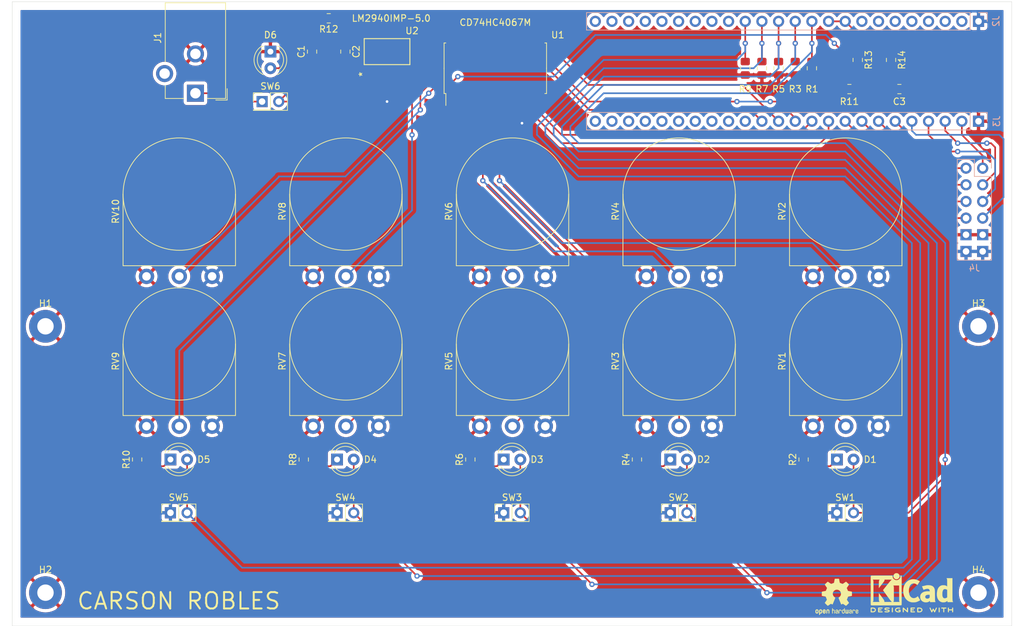
<source format=kicad_pcb>
(kicad_pcb (version 20171130) (host pcbnew "(5.1.2-1)-1")
  (layers (0 F.Cu signal) (31 B.Cu signal) (34 B.Paste user) (35 F.Paste user) (36 B.SilkS user) (37 F.SilkS user) (38 B.Mask user) (39 F.Mask user) (44 Edge.Cuts user))
  (net 0 "")
  (net 1 VCC)
  (net 2 GND)
  (net 3 5V)
  (net 4 AN_FILT)
  (net 5 distortion_en)
  (net 6 "Net-(D1-Pad1)")
  (net 7 "Net-(D2-Pad1)")
  (net 8 delay_en)
  (net 9 flanger_en)
  (net 10 "Net-(D3-Pad1)")
  (net 11 "Net-(D4-Pad1)")
  (net 12 chorus_en)
  (net 13 "Net-(D5-Pad1)")
  (net 14 tremolo_en)
  (net 15 "Net-(J2-Pad23)")
  (net 16 "Net-(J2-Pad22)")
  (net 17 "Net-(J2-Pad21)")
  (net 18 "Net-(J2-Pad20)")
  (net 19 "Net-(J2-Pad19)")
  (net 20 "Net-(J2-Pad18)")
  (net 21 "Net-(J2-Pad17)")
  (net 22 "Net-(J2-Pad9)")
  (net 23 "Net-(J2-Pad8)")
  (net 24 "Net-(J2-Pad7)")
  (net 25 "Net-(J2-Pad6)")
  (net 26 "Net-(J2-Pad5)")
  (net 27 "Net-(J2-Pad4)")
  (net 28 "Net-(J2-Pad3)")
  (net 29 "Net-(J2-Pad2)")
  (net 30 "Net-(J2-Pad1)")
  (net 31 "Net-(J3-Pad16)")
  (net 32 "Net-(J3-Pad17)")
  (net 33 "Net-(J3-Pad18)")
  (net 34 "Net-(J3-Pad19)")
  (net 35 "Net-(J3-Pad20)")
  (net 36 "Net-(J3-Pad21)")
  (net 37 "Net-(J3-Pad22)")
  (net 38 "Net-(J3-Pad23)")
  (net 39 AN_RAW)
  (net 40 distortion_gain)
  (net 41 distortion_clipping)
  (net 42 delay_duration)
  (net 43 delay_decay)
  (net 44 flanger_depth)
  (net 45 flanger_speed)
  (net 46 chorus_depth)
  (net 47 chorus_speed)
  (net 48 tremolo_intensity)
  (net 49 tremolo_speed)
  (net 50 "Net-(J3-Pad15)")
  (net 51 "Net-(J3-Pad24)")
  (net 52 "Net-(J3-Pad10)")
  (net 53 "Net-(J3-Pad11)")
  (net 54 "Net-(J3-Pad12)")
  (net 55 "Net-(J3-Pad13)")
  (net 56 "Net-(J3-Pad14)")
  (net 57 "Net-(C1-Pad1)")
  (net 58 "Net-(D6-Pad2)")
  (net 59 ADIN_MCLK)
  (net 60 ADIN_LRCK)
  (net 61 ADIN_SCLK)
  (net 62 ADIN_SDOUT)
  (net 63 ADOUT_MCLK)
  (net 64 ADOUT_LRCK)
  (net 65 ADOUT_SCLK)
  (net 66 ADOUT_SDIN)
  (net 67 "Net-(C3-Pad1)")
  (module Connector_PinHeader_2.54mm:PinHeader_2x01_P2.54mm_Vertical (layer F.Cu) (at 111.76 57.15)
    (fp_text reference SW6 (at 1.27 -2.33) (layer F.SilkS))
    (fp_text value SW_Push)
    (pad 2 thru_hole oval (at 2.54 0) (size 1.7 1.7) (drill 1) (layers *.Cu *.Mask) (net 57 "Net-(C1-Pad1)"))
    (pad 1 thru_hole rect (at 0 0) (size 1.7 1.7) (drill 1) (layers *.Cu *.Mask) (net 1 VCC))
  )
  (module Connector_PinHeader_2.54mm:PinHeader_2x01_P2.54mm_Vertical (layer F.Cu) (at 97.79 119.888)
    (fp_text reference SW5 (at 1.27 -2.33) (layer F.SilkS))
    (fp_text value SW_Push)
    (pad 2 thru_hole oval (at 2.54 0) (size 1.7 1.7) (drill 1) (layers *.Cu *.Mask) (net 14 tremolo_en))
    (pad 1 thru_hole rect (at 0 0) (size 1.7 1.7) (drill 1) (layers *.Cu *.Mask) (net 3 5V))
  )
  (module Connector_PinHeader_2.54mm:PinHeader_2x01_P2.54mm_Vertical (layer F.Cu) (at 123.19 119.888)
    (fp_text reference SW4 (at 1.27 -2.33) (layer F.SilkS))
    (fp_text value SW_Push)
    (pad 2 thru_hole oval (at 2.54 0) (size 1.7 1.7) (drill 1) (layers *.Cu *.Mask) (net 12 chorus_en))
    (pad 1 thru_hole rect (at 0 0) (size 1.7 1.7) (drill 1) (layers *.Cu *.Mask) (net 3 5V))
  )
  (module Connector_PinHeader_2.54mm:PinHeader_2x01_P2.54mm_Vertical (layer F.Cu) (at 148.59 119.888)
    (fp_text reference SW3 (at 1.27 -2.33) (layer F.SilkS))
    (fp_text value SW_Push)
    (pad 2 thru_hole oval (at 2.54 0) (size 1.7 1.7) (drill 1) (layers *.Cu *.Mask) (net 9 flanger_en))
    (pad 1 thru_hole rect (at 0 0) (size 1.7 1.7) (drill 1) (layers *.Cu *.Mask) (net 3 5V))
  )
  (module Connector_PinHeader_2.54mm:PinHeader_2x01_P2.54mm_Vertical (layer F.Cu) (at 173.99 119.888)
    (fp_text reference SW2 (at 1.27 -2.33) (layer F.SilkS))
    (fp_text value SW_Push)
    (pad 2 thru_hole oval (at 2.54 0) (size 1.7 1.7) (drill 1) (layers *.Cu *.Mask) (net 8 delay_en))
    (pad 1 thru_hole rect (at 0 0) (size 1.7 1.7) (drill 1) (layers *.Cu *.Mask) (net 3 5V))
  )
  (module Connector_PinHeader_2.54mm:PinHeader_2x01_P2.54mm_Vertical (layer F.Cu) (at 199.39 119.888)
    (fp_text reference SW1 (at 1.27 -2.33) (layer F.SilkS))
    (fp_text value SW_Push)
    (pad 2 thru_hole oval (at 2.54 0) (size 1.7 1.7) (drill 1) (layers *.Cu *.Mask) (net 5 distortion_en))
    (pad 1 thru_hole rect (at 0 0) (size 1.7 1.7) (drill 1) (layers *.Cu *.Mask) (net 3 5V))
  )
  (module Connector_PinSocket_2.54mm:PinSocket_1x24_P2.54mm_Vertical (layer B.Cu) (at 220.98 60.152 90)
    (fp_text reference J3 (at 0 2.77 90) (layer B.SilkS) (effects (justify mirror)))
    (fp_text value Conn_01x24_Female)
    (pad 1 thru_hole rect (at 0 0 90) (size 1.7 1.7) (drill 1) (layers *.Cu *.Mask) (net 2 GND))
    (pad 2 thru_hole oval (at 0 -2.54 90) (size 1.7 1.7) (drill 1) (layers *.Cu *.Mask) (net 59 ADIN_MCLK))
    (pad 3 thru_hole oval (at 0 -5.08 90) (size 1.7 1.7) (drill 1) (layers *.Cu *.Mask) (net 60 ADIN_LRCK))
    (pad 4 thru_hole oval (at 0 -7.62 90) (size 1.7 1.7) (drill 1) (layers *.Cu *.Mask) (net 61 ADIN_SCLK))
    (pad 5 thru_hole oval (at 0 -10.16 90) (size 1.7 1.7) (drill 1) (layers *.Cu *.Mask) (net 62 ADIN_SDOUT))
    (pad 6 thru_hole oval (at 0 -12.7 90) (size 1.7 1.7) (drill 1) (layers *.Cu *.Mask) (net 63 ADOUT_MCLK))
    (pad 7 thru_hole oval (at 0 -15.24 90) (size 1.7 1.7) (drill 1) (layers *.Cu *.Mask) (net 64 ADOUT_LRCK))
    (pad 8 thru_hole oval (at 0 -17.78 90) (size 1.7 1.7) (drill 1) (layers *.Cu *.Mask) (net 65 ADOUT_SCLK))
    (pad 9 thru_hole oval (at 0 -20.32 90) (size 1.7 1.7) (drill 1) (layers *.Cu *.Mask) (net 66 ADOUT_SDIN))
    (pad 10 thru_hole oval (at 0 -22.86 90) (size 1.7 1.7) (drill 1) (layers *.Cu *.Mask) (net 52 "Net-(J3-Pad10)"))
    (pad 11 thru_hole oval (at 0 -25.4 90) (size 1.7 1.7) (drill 1) (layers *.Cu *.Mask) (net 53 "Net-(J3-Pad11)"))
    (pad 12 thru_hole oval (at 0 -27.94 90) (size 1.7 1.7) (drill 1) (layers *.Cu *.Mask) (net 54 "Net-(J3-Pad12)"))
    (pad 13 thru_hole oval (at 0 -30.48 90) (size 1.7 1.7) (drill 1) (layers *.Cu *.Mask) (net 55 "Net-(J3-Pad13)"))
    (pad 14 thru_hole oval (at 0 -33.02 90) (size 1.7 1.7) (drill 1) (layers *.Cu *.Mask) (net 56 "Net-(J3-Pad14)"))
    (pad 15 thru_hole oval (at 0 -35.56 90) (size 1.7 1.7) (drill 1) (layers *.Cu *.Mask) (net 50 "Net-(J3-Pad15)"))
    (pad 16 thru_hole oval (at 0 -38.1 90) (size 1.7 1.7) (drill 1) (layers *.Cu *.Mask) (net 31 "Net-(J3-Pad16)"))
    (pad 17 thru_hole oval (at 0 -40.64 90) (size 1.7 1.7) (drill 1) (layers *.Cu *.Mask) (net 32 "Net-(J3-Pad17)"))
    (pad 18 thru_hole oval (at 0 -43.18 90) (size 1.7 1.7) (drill 1) (layers *.Cu *.Mask) (net 33 "Net-(J3-Pad18)"))
    (pad 19 thru_hole oval (at 0 -45.72 90) (size 1.7 1.7) (drill 1) (layers *.Cu *.Mask) (net 34 "Net-(J3-Pad19)"))
    (pad 20 thru_hole oval (at 0 -48.26 90) (size 1.7 1.7) (drill 1) (layers *.Cu *.Mask) (net 35 "Net-(J3-Pad20)"))
    (pad 21 thru_hole oval (at 0 -50.8 90) (size 1.7 1.7) (drill 1) (layers *.Cu *.Mask) (net 36 "Net-(J3-Pad21)"))
    (pad 22 thru_hole oval (at 0 -53.34 90) (size 1.7 1.7) (drill 1) (layers *.Cu *.Mask) (net 37 "Net-(J3-Pad22)"))
    (pad 23 thru_hole oval (at 0 -55.88 90) (size 1.7 1.7) (drill 1) (layers *.Cu *.Mask) (net 38 "Net-(J3-Pad23)"))
    (pad 24 thru_hole oval (at 0 -58.42 90) (size 1.7 1.7) (drill 1) (layers *.Cu *.Mask) (net 51 "Net-(J3-Pad24)"))
  )
  (module Connector_PinSocket_2.54mm:PinSocket_1x24_P2.54mm_Vertical (layer B.Cu) (at 220.98 44.912 90)
    (fp_text reference J2 (at 0.0302 2.667 270) (layer B.SilkS) (effects (justify mirror)))
    (fp_text value Conn_01x24_Female)
    (pad 1 thru_hole oval (at 0 -58.42 90) (size 1.7 1.7) (drill 1) (layers *.Cu *.Mask) (net 30 "Net-(J2-Pad1)"))
    (pad 2 thru_hole oval (at 0 -55.88 90) (size 1.7 1.7) (drill 1) (layers *.Cu *.Mask) (net 29 "Net-(J2-Pad2)"))
    (pad 3 thru_hole oval (at 0 -53.34 90) (size 1.7 1.7) (drill 1) (layers *.Cu *.Mask) (net 28 "Net-(J2-Pad3)"))
    (pad 4 thru_hole oval (at 0 -50.8 90) (size 1.7 1.7) (drill 1) (layers *.Cu *.Mask) (net 27 "Net-(J2-Pad4)"))
    (pad 5 thru_hole oval (at 0 -48.26 90) (size 1.7 1.7) (drill 1) (layers *.Cu *.Mask) (net 26 "Net-(J2-Pad5)"))
    (pad 6 thru_hole oval (at 0 -45.72 90) (size 1.7 1.7) (drill 1) (layers *.Cu *.Mask) (net 25 "Net-(J2-Pad6)"))
    (pad 7 thru_hole oval (at 0 -43.18 90) (size 1.7 1.7) (drill 1) (layers *.Cu *.Mask) (net 24 "Net-(J2-Pad7)"))
    (pad 8 thru_hole oval (at 0 -40.64 90) (size 1.7 1.7) (drill 1) (layers *.Cu *.Mask) (net 23 "Net-(J2-Pad8)"))
    (pad 9 thru_hole oval (at 0 -38.1 90) (size 1.7 1.7) (drill 1) (layers *.Cu *.Mask) (net 22 "Net-(J2-Pad9)"))
    (pad 10 thru_hole oval (at 0 -35.56 90) (size 1.7 1.7) (drill 1) (layers *.Cu *.Mask) (net 14 tremolo_en))
    (pad 11 thru_hole oval (at 0 -33.02 90) (size 1.7 1.7) (drill 1) (layers *.Cu *.Mask) (net 12 chorus_en))
    (pad 12 thru_hole oval (at 0 -30.48 90) (size 1.7 1.7) (drill 1) (layers *.Cu *.Mask) (net 9 flanger_en))
    (pad 13 thru_hole oval (at 0 -27.94 90) (size 1.7 1.7) (drill 1) (layers *.Cu *.Mask) (net 8 delay_en))
    (pad 14 thru_hole oval (at 0 -25.4 90) (size 1.7 1.7) (drill 1) (layers *.Cu *.Mask) (net 5 distortion_en))
    (pad 15 thru_hole oval (at 0 -22.86 90) (size 1.7 1.7) (drill 1) (layers *.Cu *.Mask) (net 4 AN_FILT))
    (pad 16 thru_hole oval (at 0 -20.32 90) (size 1.7 1.7) (drill 1) (layers *.Cu *.Mask) (net 4 AN_FILT))
    (pad 17 thru_hole oval (at 0 -17.78 90) (size 1.7 1.7) (drill 1) (layers *.Cu *.Mask) (net 21 "Net-(J2-Pad17)"))
    (pad 18 thru_hole oval (at 0 -15.24 90) (size 1.7 1.7) (drill 1) (layers *.Cu *.Mask) (net 20 "Net-(J2-Pad18)"))
    (pad 19 thru_hole oval (at 0 -12.7 90) (size 1.7 1.7) (drill 1) (layers *.Cu *.Mask) (net 19 "Net-(J2-Pad19)"))
    (pad 20 thru_hole oval (at 0 -10.16 90) (size 1.7 1.7) (drill 1) (layers *.Cu *.Mask) (net 18 "Net-(J2-Pad20)"))
    (pad 21 thru_hole oval (at 0 -7.62 90) (size 1.7 1.7) (drill 1) (layers *.Cu *.Mask) (net 17 "Net-(J2-Pad21)"))
    (pad 22 thru_hole oval (at 0 -5.08 90) (size 1.7 1.7) (drill 1) (layers *.Cu *.Mask) (net 16 "Net-(J2-Pad22)"))
    (pad 23 thru_hole oval (at 0 -2.54 90) (size 1.7 1.7) (drill 1) (layers *.Cu *.Mask) (net 15 "Net-(J2-Pad23)"))
    (pad 24 thru_hole rect (at 0 0 90) (size 1.7 1.7) (drill 1) (layers *.Cu *.Mask) (net 3 5V))
  )
  (module Resistor_SMD:R_0805_2012Metric_Pad1.15x1.40mm_HandSolder (layer F.Cu) (at 207.645 50.8 270)
    (fp_text reference R14 (at 0 -1.65 90) (layer F.SilkS))
    (fp_text value 38k)
    (pad 2 smd roundrect (at 1.025 0 270) (size 1.15 1.4) (layers F.Cu F.Paste F.Mask) (roundrect_rratio 0.217391) (net 2 GND))
    (pad 1 smd roundrect (at -1.025 0 270) (size 1.15 1.4) (layers F.Cu F.Paste F.Mask) (roundrect_rratio 0.217391) (net 4 AN_FILT))
  )
  (module Resistor_SMD:R_0805_2012Metric_Pad1.15x1.40mm_HandSolder (layer F.Cu) (at 202.565 50.8 270)
    (fp_text reference R13 (at 0 -1.65 90) (layer F.SilkS))
    (fp_text value 10k)
    (pad 2 smd roundrect (at 1.025 0 270) (size 1.15 1.4) (layers F.Cu F.Paste F.Mask) (roundrect_rratio 0.217391) (net 67 "Net-(C3-Pad1)"))
    (pad 1 smd roundrect (at -1.025 0 270) (size 1.15 1.4) (layers F.Cu F.Paste F.Mask) (roundrect_rratio 0.217391) (net 4 AN_FILT))
  )
  (module MountingHole:MountingHole_2.5mm_Pad (layer F.Cu) (at 220.98 132.08)
    (fp_text reference H4 (at 0 -3.5) (layer F.SilkS))
    (fp_text value MountingHole_Pad)
    (pad 1 thru_hole circle (at 0 0) (size 5 5) (drill 2.5) (layers *.Cu *.Mask) (net 2 GND))
  )
  (module MountingHole:MountingHole_2.5mm_Pad (layer F.Cu) (at 220.98 91.44)
    (fp_text reference H3 (at 0 -3.5) (layer F.SilkS))
    (fp_text value MountingHole_Pad)
    (pad 1 thru_hole circle (at 0 0) (size 5 5) (drill 2.5) (layers *.Cu *.Mask) (net 2 GND))
  )
  (module MountingHole:MountingHole_2.5mm_Pad (layer F.Cu) (at 78.74 132.08)
    (fp_text reference H2 (at 0 -3.5) (layer F.SilkS))
    (fp_text value MountingHole_Pad)
    (pad 1 thru_hole circle (at 0 0) (size 5 5) (drill 2.5) (layers *.Cu *.Mask) (net 2 GND))
  )
  (module MountingHole:MountingHole_2.5mm_Pad (layer F.Cu) (at 78.74 91.44)
    (fp_text reference H1 (at 0 -3.5) (layer F.SilkS))
    (fp_text value MountingHole_Pad)
    (pad 1 thru_hole circle (at 0 0) (size 5 5) (drill 2.5) (layers *.Cu *.Mask) (net 2 GND))
  )
  (module Connector_PinHeader_2.54mm:PinHeader_2x06_P2.54mm_Vertical (layer B.Cu) (at 221.615 67.31 180)
    (fp_text reference J4 (at 1.27 -15.24 180) (layer B.SilkS) (effects (justify mirror)))
    (fp_text value Conn_02x06_Top_Bottom)
    (pad 6 thru_hole rect (at 2.54 -12.7 90) (size 1.7 1.7) (drill 1) (layers *.Cu *.Mask) (net 3 5V))
    (pad 12 thru_hole rect (at 0 -12.7 180) (size 1.7 1.7) (drill 1) (layers *.Cu *.Mask) (net 3 5V))
    (pad 5 thru_hole rect (at 2.54 -10.16 180) (size 1.7 1.7) (drill 1) (layers *.Cu *.Mask) (net 2 GND))
    (pad 11 thru_hole rect (at 0 -10.16 90) (size 1.7 1.7) (drill 1) (layers *.Cu *.Mask) (net 2 GND))
    (pad 4 thru_hole oval (at 2.54 -7.62 180) (size 1.7 1.7) (drill 1) (layers *.Cu *.Mask) (net 66 ADOUT_SDIN))
    (pad 10 thru_hole oval (at 0 -7.62 180) (size 1.7 1.7) (drill 1) (layers *.Cu *.Mask) (net 62 ADIN_SDOUT))
    (pad 3 thru_hole oval (at 2.54 -5.08 180) (size 1.7 1.7) (drill 1) (layers *.Cu *.Mask) (net 65 ADOUT_SCLK))
    (pad 9 thru_hole oval (at 0 -5.08 180) (size 1.7 1.7) (drill 1) (layers *.Cu *.Mask) (net 61 ADIN_SCLK))
    (pad 2 thru_hole oval (at 2.54 -2.54 180) (size 1.7 1.7) (drill 1) (layers *.Cu *.Mask) (net 64 ADOUT_LRCK))
    (pad 8 thru_hole oval (at 0 -2.54 180) (size 1.7 1.7) (drill 1) (layers *.Cu *.Mask) (net 60 ADIN_LRCK))
    (pad 1 thru_hole oval (at 2.54 0 180) (size 1.7 1.7) (drill 1) (layers *.Cu *.Mask) (net 63 ADOUT_MCLK))
    (pad 7 thru_hole oval (at 0 0 180) (size 1.7 1.7) (drill 1) (layers *.Cu *.Mask) (net 59 ADIN_MCLK))
  )
  (module Potentiometer_THT:Potentiometer_Omeg_PC16BU_Vertical (layer F.Cu) (at 180.34 106.68 90)
    (fp_text reference RV3 (at 9.915 -14.7 90) (layer F.SilkS))
    (fp_text value R_POT)
    (pad 1 thru_hole circle (at 0 0 90) (size 2.34 2.34) (drill 1.3) (layers *.Cu *.Mask) (net 3 5V))
    (pad 2 thru_hole circle (at 0 -5 90) (size 2.34 2.34) (drill 1.3) (layers *.Cu *.Mask) (net 42 delay_duration))
    (pad 3 thru_hole circle (at 0 -10 90) (size 2.34 2.34) (drill 1.3) (layers *.Cu *.Mask) (net 2 GND))
  )
  (module Symbol:KiCad-Logo2_5mm_SilkScreen (layer F.Cu) (at 210.82 132.08)
    (fp_text reference REF** hide)
    (fp_text value KiCad-Logo2_5mm_SilkScreen hide)
  )
  (module Symbol:OSHW-Logo2_7.3x6mm_SilkScreen (layer F.Cu) (at 199.39 132.715)
    (fp_text reference REF** hide)
    (fp_text value OSHW-Logo2_7.3x6mm_SilkScreen hide)
  )
  (module Capacitor_SMD:C_0805_2012Metric_Pad1.15x1.40mm_HandSolder (layer F.Cu) (at 119.38 49.53 90)
    (fp_text reference C1 (at 0 -1.65 90) (layer F.SilkS))
    (fp_text value 0.47u)
    (pad 1 smd roundrect (at -1.025 0 90) (size 1.15 1.4) (layers F.Cu F.Paste F.Mask) (roundrect_rratio 0.217391) (net 57 "Net-(C1-Pad1)"))
    (pad 2 smd roundrect (at 1.025 0 90) (size 1.15 1.4) (layers F.Cu F.Paste F.Mask) (roundrect_rratio 0.217391) (net 2 GND))
  )
  (module Capacitor_SMD:C_0805_2012Metric_Pad1.15x1.40mm_HandSolder (layer F.Cu) (at 124.46 49.53 270)
    (fp_text reference C2 (at 0 -1.65 90) (layer F.SilkS))
    (fp_text value 22u)
    (pad 2 smd roundrect (at 1.025 0 270) (size 1.15 1.4) (layers F.Cu F.Paste F.Mask) (roundrect_rratio 0.217391) (net 2 GND))
    (pad 1 smd roundrect (at -1.025 0 270) (size 1.15 1.4) (layers F.Cu F.Paste F.Mask) (roundrect_rratio 0.217391) (net 3 5V))
  )
  (module Capacitor_SMD:C_0805_2012Metric_Pad1.15x1.40mm_HandSolder (layer F.Cu) (at 208.915 55.245)
    (fp_text reference C3 (at 0 1.905) (layer F.SilkS))
    (fp_text value 22u)
    (pad 2 smd roundrect (at 1.025 0) (size 1.15 1.4) (layers F.Cu F.Paste F.Mask) (roundrect_rratio 0.217391) (net 2 GND))
    (pad 1 smd roundrect (at -1.025 0) (size 1.15 1.4) (layers F.Cu F.Paste F.Mask) (roundrect_rratio 0.217391) (net 67 "Net-(C3-Pad1)"))
  )
  (module LED_THT:LED_D4.0mm (layer F.Cu) (at 199.39 111.76)
    (fp_text reference D1 (at 5.08 0) (layer F.SilkS))
    (fp_text value LED)
    (pad 2 thru_hole circle (at 2.54 0) (size 1.8 1.8) (drill 0.9) (layers *.Cu *.Mask) (net 5 distortion_en))
    (pad 1 thru_hole rect (at 0 0) (size 1.8 1.8) (drill 0.9) (layers *.Cu *.Mask) (net 6 "Net-(D1-Pad1)"))
  )
  (module LED_THT:LED_D4.0mm (layer F.Cu) (at 173.99 111.76)
    (fp_text reference D2 (at 5.08 0) (layer F.SilkS))
    (fp_text value LED)
    (pad 1 thru_hole rect (at 0 0) (size 1.8 1.8) (drill 0.9) (layers *.Cu *.Mask) (net 7 "Net-(D2-Pad1)"))
    (pad 2 thru_hole circle (at 2.54 0) (size 1.8 1.8) (drill 0.9) (layers *.Cu *.Mask) (net 8 delay_en))
  )
  (module LED_THT:LED_D4.0mm (layer F.Cu) (at 148.59 111.76)
    (fp_text reference D3 (at 5.08 0) (layer F.SilkS))
    (fp_text value LED)
    (pad 1 thru_hole rect (at 0 0) (size 1.8 1.8) (drill 0.9) (layers *.Cu *.Mask) (net 10 "Net-(D3-Pad1)"))
    (pad 2 thru_hole circle (at 2.54 0) (size 1.8 1.8) (drill 0.9) (layers *.Cu *.Mask) (net 9 flanger_en))
  )
  (module LED_THT:LED_D4.0mm (layer F.Cu) (at 123.19 111.76)
    (fp_text reference D4 (at 5.08 0) (layer F.SilkS))
    (fp_text value LED)
    (pad 1 thru_hole rect (at 0 0) (size 1.8 1.8) (drill 0.9) (layers *.Cu *.Mask) (net 11 "Net-(D4-Pad1)"))
    (pad 2 thru_hole circle (at 2.54 0) (size 1.8 1.8) (drill 0.9) (layers *.Cu *.Mask) (net 12 chorus_en))
  )
  (module LED_THT:LED_D4.0mm (layer F.Cu) (at 97.79 111.76)
    (fp_text reference D5 (at 5.08 0) (layer F.SilkS))
    (fp_text value LED)
    (pad 2 thru_hole circle (at 2.54 0) (size 1.8 1.8) (drill 0.9) (layers *.Cu *.Mask) (net 14 tremolo_en))
    (pad 1 thru_hole rect (at 0 0) (size 1.8 1.8) (drill 0.9) (layers *.Cu *.Mask) (net 13 "Net-(D5-Pad1)"))
  )
  (module LED_THT:LED_D4.0mm (layer F.Cu) (at 113.03 49.53 270)
    (fp_text reference D6 (at -2.54 0 180) (layer F.SilkS))
    (fp_text value LED)
    (pad 2 thru_hole circle (at 2.54 0 270) (size 1.8 1.8) (drill 0.9) (layers *.Cu *.Mask) (net 58 "Net-(D6-Pad2)"))
    (pad 1 thru_hole rect (at 0 0 270) (size 1.8 1.8) (drill 0.9) (layers *.Cu *.Mask) (net 2 GND))
  )
  (module Connector_BarrelJack:BarrelJack_CUI_PJ-102AH_Horizontal (layer F.Cu) (at 101.6 55.88 180)
    (fp_text reference J1 (at 5.75 8.45 90) (layer F.SilkS))
    (fp_text value Barrel_Jack)
    (pad 3 thru_hole circle (at 4.7 3 180) (size 2.6 2.6) (drill 1.6) (layers *.Cu *.Mask))
    (pad 2 thru_hole circle (at 0 6 180) (size 2.6 2.6) (drill 1.6) (layers *.Cu *.Mask) (net 2 GND))
    (pad 1 thru_hole rect (at 0 0 180) (size 2.6 2.6) (drill 1.6) (layers *.Cu *.Mask) (net 1 VCC))
  )
  (module Resistor_SMD:R_0805_2012Metric_Pad1.15x1.40mm_HandSolder (layer F.Cu) (at 195.58 52.07 270)
    (fp_text reference R1 (at 3.175 0 180) (layer F.SilkS))
    (fp_text value R)
    (pad 1 smd roundrect (at -1.025 0 270) (size 1.15 1.4) (layers F.Cu F.Paste F.Mask) (roundrect_rratio 0.217391) (net 5 distortion_en))
    (pad 2 smd roundrect (at 1.025 0 270) (size 1.15 1.4) (layers F.Cu F.Paste F.Mask) (roundrect_rratio 0.217391) (net 2 GND))
  )
  (module Resistor_SMD:R_0805_2012Metric_Pad1.15x1.40mm_HandSolder (layer F.Cu) (at 194.31 111.76 90)
    (fp_text reference R2 (at 0 -1.65 90) (layer F.SilkS))
    (fp_text value R)
    (pad 2 smd roundrect (at 1.025 0 90) (size 1.15 1.4) (layers F.Cu F.Paste F.Mask) (roundrect_rratio 0.217391) (net 2 GND))
    (pad 1 smd roundrect (at -1.025 0 90) (size 1.15 1.4) (layers F.Cu F.Paste F.Mask) (roundrect_rratio 0.217391) (net 6 "Net-(D1-Pad1)"))
  )
  (module Resistor_SMD:R_0805_2012Metric_Pad1.15x1.40mm_HandSolder (layer F.Cu) (at 193.04 52.07 270)
    (fp_text reference R3 (at 3.175 0) (layer F.SilkS))
    (fp_text value R)
    (pad 1 smd roundrect (at -1.025 0 270) (size 1.15 1.4) (layers F.Cu F.Paste F.Mask) (roundrect_rratio 0.217391) (net 8 delay_en))
    (pad 2 smd roundrect (at 1.025 0 270) (size 1.15 1.4) (layers F.Cu F.Paste F.Mask) (roundrect_rratio 0.217391) (net 2 GND))
  )
  (module Resistor_SMD:R_0805_2012Metric_Pad1.15x1.40mm_HandSolder (layer F.Cu) (at 168.91 111.76 90)
    (fp_text reference R4 (at 0 -1.65 90) (layer F.SilkS))
    (fp_text value R)
    (pad 1 smd roundrect (at -1.025 0 90) (size 1.15 1.4) (layers F.Cu F.Paste F.Mask) (roundrect_rratio 0.217391) (net 7 "Net-(D2-Pad1)"))
    (pad 2 smd roundrect (at 1.025 0 90) (size 1.15 1.4) (layers F.Cu F.Paste F.Mask) (roundrect_rratio 0.217391) (net 2 GND))
  )
  (module Resistor_SMD:R_0805_2012Metric_Pad1.15x1.40mm_HandSolder (layer F.Cu) (at 190.5 52.07 270)
    (fp_text reference R5 (at 3.175 0) (layer F.SilkS))
    (fp_text value R)
    (pad 2 smd roundrect (at 1.025 0 270) (size 1.15 1.4) (layers F.Cu F.Paste F.Mask) (roundrect_rratio 0.217391) (net 2 GND))
    (pad 1 smd roundrect (at -1.025 0 270) (size 1.15 1.4) (layers F.Cu F.Paste F.Mask) (roundrect_rratio 0.217391) (net 9 flanger_en))
  )
  (module Resistor_SMD:R_0805_2012Metric_Pad1.15x1.40mm_HandSolder (layer F.Cu) (at 143.51 111.76 90)
    (fp_text reference R6 (at 0 -1.65 90) (layer F.SilkS))
    (fp_text value R)
    (pad 1 smd roundrect (at -1.025 0 90) (size 1.15 1.4) (layers F.Cu F.Paste F.Mask) (roundrect_rratio 0.217391) (net 10 "Net-(D3-Pad1)"))
    (pad 2 smd roundrect (at 1.025 0 90) (size 1.15 1.4) (layers F.Cu F.Paste F.Mask) (roundrect_rratio 0.217391) (net 2 GND))
  )
  (module Resistor_SMD:R_0805_2012Metric_Pad1.15x1.40mm_HandSolder (layer F.Cu) (at 187.96 52.07 270)
    (fp_text reference R7 (at 3.175 0) (layer F.SilkS))
    (fp_text value R)
    (pad 2 smd roundrect (at 1.025 0 270) (size 1.15 1.4) (layers F.Cu F.Paste F.Mask) (roundrect_rratio 0.217391) (net 2 GND))
    (pad 1 smd roundrect (at -1.025 0 270) (size 1.15 1.4) (layers F.Cu F.Paste F.Mask) (roundrect_rratio 0.217391) (net 12 chorus_en))
  )
  (module Resistor_SMD:R_0805_2012Metric_Pad1.15x1.40mm_HandSolder (layer F.Cu) (at 118.11 111.76 90)
    (fp_text reference R8 (at 0 -1.65 90) (layer F.SilkS))
    (fp_text value R)
    (pad 2 smd roundrect (at 1.025 0 90) (size 1.15 1.4) (layers F.Cu F.Paste F.Mask) (roundrect_rratio 0.217391) (net 2 GND))
    (pad 1 smd roundrect (at -1.025 0 90) (size 1.15 1.4) (layers F.Cu F.Paste F.Mask) (roundrect_rratio 0.217391) (net 11 "Net-(D4-Pad1)"))
  )
  (module Resistor_SMD:R_0805_2012Metric_Pad1.15x1.40mm_HandSolder (layer F.Cu) (at 185.42 52.07 270)
    (fp_text reference R9 (at 3.175 0) (layer F.SilkS))
    (fp_text value R)
    (pad 1 smd roundrect (at -1.025 0 270) (size 1.15 1.4) (layers F.Cu F.Paste F.Mask) (roundrect_rratio 0.217391) (net 14 tremolo_en))
    (pad 2 smd roundrect (at 1.025 0 270) (size 1.15 1.4) (layers F.Cu F.Paste F.Mask) (roundrect_rratio 0.217391) (net 2 GND))
  )
  (module Resistor_SMD:R_0805_2012Metric_Pad1.15x1.40mm_HandSolder (layer F.Cu) (at 92.71 111.76 90)
    (fp_text reference R10 (at 0 -1.65 90) (layer F.SilkS))
    (fp_text value R)
    (pad 2 smd roundrect (at 1.025 0 90) (size 1.15 1.4) (layers F.Cu F.Paste F.Mask) (roundrect_rratio 0.217391) (net 2 GND))
    (pad 1 smd roundrect (at -1.025 0 90) (size 1.15 1.4) (layers F.Cu F.Paste F.Mask) (roundrect_rratio 0.217391) (net 13 "Net-(D5-Pad1)"))
  )
  (module Resistor_SMD:R_0805_2012Metric_Pad1.15x1.40mm_HandSolder (layer F.Cu) (at 201.295 55.245)
    (fp_text reference R11 (at 0 1.905) (layer F.SilkS))
    (fp_text value 10k)
    (pad 1 smd roundrect (at -1.025 0) (size 1.15 1.4) (layers F.Cu F.Paste F.Mask) (roundrect_rratio 0.217391) (net 39 AN_RAW))
    (pad 2 smd roundrect (at 1.025 0) (size 1.15 1.4) (layers F.Cu F.Paste F.Mask) (roundrect_rratio 0.217391) (net 67 "Net-(C3-Pad1)"))
  )
  (module Resistor_SMD:R_0805_2012Metric_Pad1.15x1.40mm_HandSolder (layer F.Cu) (at 121.92 44.45 180)
    (fp_text reference R12 (at 0 -1.65) (layer F.SilkS))
    (fp_text value R)
    (pad 2 smd roundrect (at 1.025 0 180) (size 1.15 1.4) (layers F.Cu F.Paste F.Mask) (roundrect_rratio 0.217391) (net 58 "Net-(D6-Pad2)"))
    (pad 1 smd roundrect (at -1.025 0 180) (size 1.15 1.4) (layers F.Cu F.Paste F.Mask) (roundrect_rratio 0.217391) (net 3 5V))
  )
  (module Potentiometer_THT:Potentiometer_Omeg_PC16BU_Vertical (layer F.Cu) (at 205.74 106.68 90)
    (fp_text reference RV1 (at 9.915 -14.7 90) (layer F.SilkS))
    (fp_text value R_POT)
    (pad 1 thru_hole circle (at 0 0 90) (size 2.34 2.34) (drill 1.3) (layers *.Cu *.Mask) (net 3 5V))
    (pad 2 thru_hole circle (at 0 -5 90) (size 2.34 2.34) (drill 1.3) (layers *.Cu *.Mask) (net 40 distortion_gain))
    (pad 3 thru_hole circle (at 0 -10 90) (size 2.34 2.34) (drill 1.3) (layers *.Cu *.Mask) (net 2 GND))
  )
  (module Potentiometer_THT:Potentiometer_Omeg_PC16BU_Vertical (layer F.Cu) (at 205.74 83.82 90)
    (fp_text reference RV2 (at 9.915 -14.7 90) (layer F.SilkS))
    (fp_text value R_POT)
    (pad 3 thru_hole circle (at 0 -10 90) (size 2.34 2.34) (drill 1.3) (layers *.Cu *.Mask) (net 2 GND))
    (pad 2 thru_hole circle (at 0 -5 90) (size 2.34 2.34) (drill 1.3) (layers *.Cu *.Mask) (net 41 distortion_clipping))
    (pad 1 thru_hole circle (at 0 0 90) (size 2.34 2.34) (drill 1.3) (layers *.Cu *.Mask) (net 3 5V))
  )
  (module Potentiometer_THT:Potentiometer_Omeg_PC16BU_Vertical (layer F.Cu) (at 180.34 83.82 90)
    (fp_text reference RV4 (at 9.915 -14.7 90) (layer F.SilkS))
    (fp_text value R_POT)
    (pad 3 thru_hole circle (at 0 -10 90) (size 2.34 2.34) (drill 1.3) (layers *.Cu *.Mask) (net 2 GND))
    (pad 2 thru_hole circle (at 0 -5 90) (size 2.34 2.34) (drill 1.3) (layers *.Cu *.Mask) (net 43 delay_decay))
    (pad 1 thru_hole circle (at 0 0 90) (size 2.34 2.34) (drill 1.3) (layers *.Cu *.Mask) (net 3 5V))
  )
  (module Potentiometer_THT:Potentiometer_Omeg_PC16BU_Vertical (layer F.Cu) (at 154.94 106.68 90)
    (fp_text reference RV5 (at 9.915 -14.7 90) (layer F.SilkS))
    (fp_text value R_POT)
    (pad 1 thru_hole circle (at 0 0 90) (size 2.34 2.34) (drill 1.3) (layers *.Cu *.Mask) (net 3 5V))
    (pad 2 thru_hole circle (at 0 -5 90) (size 2.34 2.34) (drill 1.3) (layers *.Cu *.Mask) (net 44 flanger_depth))
    (pad 3 thru_hole circle (at 0 -10 90) (size 2.34 2.34) (drill 1.3) (layers *.Cu *.Mask) (net 2 GND))
  )
  (module Potentiometer_THT:Potentiometer_Omeg_PC16BU_Vertical (layer F.Cu) (at 154.94 83.82 90)
    (fp_text reference RV6 (at 9.915 -14.7 90) (layer F.SilkS))
    (fp_text value R_POT)
    (pad 3 thru_hole circle (at 0 -10 90) (size 2.34 2.34) (drill 1.3) (layers *.Cu *.Mask) (net 2 GND))
    (pad 2 thru_hole circle (at 0 -5 90) (size 2.34 2.34) (drill 1.3) (layers *.Cu *.Mask) (net 45 flanger_speed))
    (pad 1 thru_hole circle (at 0 0 90) (size 2.34 2.34) (drill 1.3) (layers *.Cu *.Mask) (net 3 5V))
  )
  (module Potentiometer_THT:Potentiometer_Omeg_PC16BU_Vertical (layer F.Cu) (at 129.54 106.68 90)
    (fp_text reference RV7 (at 9.915 -14.7 90) (layer F.SilkS))
    (fp_text value R_POT)
    (pad 1 thru_hole circle (at 0 0 90) (size 2.34 2.34) (drill 1.3) (layers *.Cu *.Mask) (net 3 5V))
    (pad 2 thru_hole circle (at 0 -5 90) (size 2.34 2.34) (drill 1.3) (layers *.Cu *.Mask) (net 46 chorus_depth))
    (pad 3 thru_hole circle (at 0 -10 90) (size 2.34 2.34) (drill 1.3) (layers *.Cu *.Mask) (net 2 GND))
  )
  (module Potentiometer_THT:Potentiometer_Omeg_PC16BU_Vertical (layer F.Cu) (at 129.54 83.82 90)
    (fp_text reference RV8 (at 9.915 -14.7 90) (layer F.SilkS))
    (fp_text value R_POT)
    (pad 3 thru_hole circle (at 0 -10 90) (size 2.34 2.34) (drill 1.3) (layers *.Cu *.Mask) (net 2 GND))
    (pad 2 thru_hole circle (at 0 -5 90) (size 2.34 2.34) (drill 1.3) (layers *.Cu *.Mask) (net 47 chorus_speed))
    (pad 1 thru_hole circle (at 0 0 90) (size 2.34 2.34) (drill 1.3) (layers *.Cu *.Mask) (net 3 5V))
  )
  (module Potentiometer_THT:Potentiometer_Omeg_PC16BU_Vertical (layer F.Cu) (at 104.14 106.68 90)
    (fp_text reference RV9 (at 9.915 -14.7 90) (layer F.SilkS))
    (fp_text value R_POT)
    (pad 1 thru_hole circle (at 0 0 90) (size 2.34 2.34) (drill 1.3) (layers *.Cu *.Mask) (net 3 5V))
    (pad 2 thru_hole circle (at 0 -5 90) (size 2.34 2.34) (drill 1.3) (layers *.Cu *.Mask) (net 48 tremolo_intensity))
    (pad 3 thru_hole circle (at 0 -10 90) (size 2.34 2.34) (drill 1.3) (layers *.Cu *.Mask) (net 2 GND))
  )
  (module Potentiometer_THT:Potentiometer_Omeg_PC16BU_Vertical (layer F.Cu) (at 104.14 83.82 90)
    (fp_text reference RV10 (at 9.915 -14.7 90) (layer F.SilkS))
    (fp_text value R_POT)
    (pad 3 thru_hole circle (at 0 -10 90) (size 2.34 2.34) (drill 1.3) (layers *.Cu *.Mask) (net 2 GND))
    (pad 2 thru_hole circle (at 0 -5 90) (size 2.34 2.34) (drill 1.3) (layers *.Cu *.Mask) (net 49 tremolo_speed))
    (pad 1 thru_hole circle (at 0 0 90) (size 2.34 2.34) (drill 1.3) (layers *.Cu *.Mask) (net 3 5V))
  )
  (module Package_SO:SOIC-24W_7.5x15.4mm_P1.27mm (layer F.Cu) (at 147.32 52.07 90)
    (fp_text reference U1 (at 5.08 9.525 180) (layer F.SilkS))
    (fp_text value CD74HC4067M (at 6.985 0 180) (layer F.SilkS))
    (pad 24 smd roundrect (at 4.65 -6.985 90) (size 2.05 0.6) (layers F.Cu F.Paste F.Mask) (net 3 5V))
    (pad 23 smd roundrect (at 4.65 -5.715 90) (size 2.05 0.6) (layers F.Cu F.Paste F.Mask) (net 47 chorus_speed))
    (pad 22 smd roundrect (at 4.65 -4.445 90) (size 2.05 0.6) (layers F.Cu F.Paste F.Mask) (net 48 tremolo_intensity))
    (pad 21 smd roundrect (at 4.65 -3.175 90) (size 2.05 0.6) (layers F.Cu F.Paste F.Mask) (net 49 tremolo_speed))
    (pad 20 smd roundrect (at 4.65 -1.905 90) (size 2.05 0.6) (layers F.Cu F.Paste F.Mask) (net 2 GND))
    (pad 19 smd roundrect (at 4.65 -0.635 90) (size 2.05 0.6) (layers F.Cu F.Paste F.Mask) (net 2 GND))
    (pad 18 smd roundrect (at 4.65 0.635 90) (size 2.05 0.6) (layers F.Cu F.Paste F.Mask) (net 2 GND))
    (pad 17 smd roundrect (at 4.65 1.905 90) (size 2.05 0.6) (layers F.Cu F.Paste F.Mask) (net 2 GND))
    (pad 16 smd roundrect (at 4.65 3.175 90) (size 2.05 0.6) (layers F.Cu F.Paste F.Mask) (net 2 GND))
    (pad 15 smd roundrect (at 4.65 4.445 90) (size 2.05 0.6) (layers F.Cu F.Paste F.Mask) (net 56 "Net-(J3-Pad14)"))
    (pad 14 smd roundrect (at 4.65 5.715 90) (size 2.05 0.6) (layers F.Cu F.Paste F.Mask) (net 54 "Net-(J3-Pad12)"))
    (pad 13 smd roundrect (at 4.65 6.985 90) (size 2.05 0.6) (layers F.Cu F.Paste F.Mask) (net 55 "Net-(J3-Pad13)"))
    (pad 12 smd roundrect (at -4.65 6.985 90) (size 2.05 0.6) (layers F.Cu F.Paste F.Mask) (net 2 GND))
    (pad 11 smd roundrect (at -4.65 5.715 90) (size 2.05 0.6) (layers F.Cu F.Paste F.Mask) (net 53 "Net-(J3-Pad11)"))
    (pad 10 smd roundrect (at -4.65 4.445 90) (size 2.05 0.6) (layers F.Cu F.Paste F.Mask) (net 52 "Net-(J3-Pad10)"))
    (pad 9 smd roundrect (at -4.65 3.175 90) (size 2.05 0.6) (layers F.Cu F.Paste F.Mask) (net 3 5V))
    (pad 8 smd roundrect (at -4.65 1.905 90) (size 2.05 0.6) (layers F.Cu F.Paste F.Mask) (net 40 distortion_gain))
    (pad 7 smd roundrect (at -4.65 0.635 90) (size 2.05 0.6) (layers F.Cu F.Paste F.Mask) (net 41 distortion_clipping))
    (pad 6 smd roundrect (at -4.65 -0.635 90) (size 2.05 0.6) (layers F.Cu F.Paste F.Mask) (net 42 delay_duration))
    (pad 5 smd roundrect (at -4.65 -1.905 90) (size 2.05 0.6) (layers F.Cu F.Paste F.Mask) (net 43 delay_decay))
    (pad 4 smd roundrect (at -4.65 -3.175 90) (size 2.05 0.6) (layers F.Cu F.Paste F.Mask) (net 44 flanger_depth))
    (pad 3 smd roundrect (at -4.65 -4.445 90) (size 2.05 0.6) (layers F.Cu F.Paste F.Mask) (net 45 flanger_speed))
    (pad 2 smd roundrect (at -4.65 -5.715 90) (size 2.05 0.6) (layers F.Cu F.Paste F.Mask) (net 46 chorus_depth))
    (pad 1 smd roundrect (at -4.65 -6.985 90) (size 2.05 0.6) (layers F.Cu F.Paste F.Mask) (net 39 AN_RAW))
  )
  (module LM2940:LM2940IMP-5.0 (layer F.Cu) (at 130.81 49.53 90)
    (fp_text reference U2 (at 3.175 3.81 180) (layer F.SilkS))
    (fp_text value LM2940IMP-5.0 (at 5.08 0.635 180) (layer F.SilkS))
    (fp_text user * (at -3.4544 -3.7351 90) (layer F.SilkS))
    (pad 1 smd rect (at -3.2004 -2.3 90) (size 1.6002 0.8382) (layers F.Cu F.Paste F.Mask) (net 57 "Net-(C1-Pad1)"))
    (pad 2 smd rect (at -3.2004 0 90) (size 1.6002 0.8382) (layers F.Cu F.Paste F.Mask) (net 2 GND))
    (pad 3 smd rect (at -3.2004 2.3 90) (size 1.6002 0.8382) (layers F.Cu F.Paste F.Mask) (net 3 5V))
    (pad 4 smd rect (at 3.2004 0 90) (size 1.6002 3.048) (layers F.Cu F.Paste F.Mask) (net 2 GND))
  )
  (gr_line (start 73.66 41.91) (end 73.66 137.16) (layer Edge.Cuts) (width 0.05))
  (gr_line (start 226.06 41.91) (end 226.06 137.16) (layer Edge.Cuts) (width 0.05))
  (gr_line (start 73.66 41.91) (end 226.06 41.91) (layer Edge.Cuts) (width 0.05))
  (gr_line (start 226.06 137.16) (end 73.66 137.16) (layer Edge.Cuts) (width 0.05))
  (gr_text "CARSON ROBLES" (at 99.06 133.35) (layer F.SilkS) (effects (font (size 2.5 2.5) (thickness 0.3))))
  (segment (start 101.6 55.88) (end 105.156 55.88) (width 0.25) (layer F.Cu) (net 1))
  (segment (start 106.426 57.15) (end 111.76 57.15) (width 0.25) (layer F.Cu) (net 1))
  (segment (start 105.156 55.88) (end 106.426 57.15) (width 0.25) (layer F.Cu) (net 1))
  (segment (start 112.68 49.88) (end 113.03 49.53) (width 0.25) (layer F.Cu) (net 2))
  (segment (start 130.81 52.7304) (end 130.81 52.3494) (width 0.25) (layer F.Cu) (net 2))
  (segment (start 130.81 52.7304) (end 130.81 53.1114) (width 0.25) (layer F.Cu) (net 2))
  (via (at 151.384 60.452) (size 0.8) (drill 0.4) (layers F.Cu B.Cu) (net 3))
  (via (at 130.81 57.15) (size 0.8) (drill 0.4) (layers F.Cu B.Cu) (net 3))
  (segment (start 133.11 52.3494) (end 129.2656 48.505) (width 0.25) (layer F.Cu) (net 3))
  (segment (start 133.11 52.7304) (end 133.11 52.3494) (width 0.25) (layer F.Cu) (net 3))
  (segment (start 124.46 45.965) (end 122.945 44.45) (width 0.25) (layer F.Cu) (net 3))
  (segment (start 125.26 48.505) (end 124.46 48.505) (width 0.25) (layer F.Cu) (net 3))
  (segment (start 129.2656 48.505) (end 125.26 48.505) (width 0.25) (layer F.Cu) (net 3))
  (segment (start 124.46 48.505) (end 124.46 45.965) (width 0.25) (layer F.Cu) (net 3))
  (segment (start 135.0246 52.7304) (end 140.335 47.42) (width 0.25) (layer F.Cu) (net 3))
  (segment (start 133.11 52.7304) (end 135.0246 52.7304) (width 0.25) (layer F.Cu) (net 3))
  (segment (start 133.11 54.85) (end 130.81 57.15) (width 0.25) (layer F.Cu) (net 3))
  (segment (start 133.11 52.7304) (end 133.11 54.85) (width 0.25) (layer F.Cu) (net 3))
  (segment (start 150.495 59.563) (end 151.384 60.452) (width 0.25) (layer F.Cu) (net 3))
  (segment (start 150.495 56.72) (end 150.495 59.563) (width 0.25) (layer F.Cu) (net 3))
  (segment (start 199.322081 44.912) (end 200.66 44.912) (width 0.25) (layer F.Cu) (net 4))
  (segment (start 198.12 44.912) (end 199.322081 44.912) (width 0.25) (layer F.Cu) (net 4))
  (segment (start 207.645 49.775) (end 202.565 49.775) (width 0.25) (layer F.Cu) (net 4))
  (segment (start 202.565 46.817) (end 200.66 44.912) (width 0.25) (layer F.Cu) (net 4))
  (segment (start 202.565 49.775) (end 202.565 46.817) (width 0.25) (layer F.Cu) (net 4))
  (segment (start 195.58 44.912) (end 195.58 48.26) (width 0.25) (layer F.Cu) (net 5))
  (segment (start 195.58 48.26) (end 195.58 51.045) (width 0.25) (layer F.Cu) (net 5))
  (via (at 195.58 48.26) (size 0.8) (drill 0.4) (layers F.Cu B.Cu) (net 5))
  (via (at 215.9 111.76) (size 0.8) (drill 0.4) (layers F.Cu B.Cu) (net 5))
  (segment (start 195.58 49.53) (end 195.58 48.26) (width 0.25) (layer B.Cu) (net 5))
  (segment (start 189.23 55.88) (end 195.58 49.53) (width 0.25) (layer B.Cu) (net 5))
  (segment (start 158.75 62.23) (end 158.75 60.96) (width 0.25) (layer B.Cu) (net 5))
  (segment (start 200.66 63.5) (end 160.02 63.5) (width 0.25) (layer B.Cu) (net 5))
  (segment (start 215.9 78.74) (end 200.66 63.5) (width 0.25) (layer B.Cu) (net 5))
  (segment (start 158.75 60.96) (end 163.83 55.88) (width 0.25) (layer B.Cu) (net 5))
  (segment (start 160.02 63.5) (end 158.75 62.23) (width 0.25) (layer B.Cu) (net 5))
  (segment (start 163.83 55.88) (end 189.23 55.88) (width 0.25) (layer B.Cu) (net 5))
  (segment (start 215.9 111.76) (end 215.9 78.74) (width 0.25) (layer B.Cu) (net 5))
  (segment (start 215.9 111.76) (end 215.9 114.3) (width 0.25) (layer F.Cu) (net 5))
  (segment (start 210.312 119.888) (end 201.93 119.888) (width 0.25) (layer F.Cu) (net 5))
  (segment (start 215.9 114.3) (end 210.312 119.888) (width 0.25) (layer F.Cu) (net 5))
  (segment (start 201.93 111.76) (end 201.93 119.888) (width 0.25) (layer F.Cu) (net 5))
  (segment (start 198.365 112.785) (end 199.39 111.76) (width 0.25) (layer F.Cu) (net 6))
  (segment (start 194.31 112.785) (end 198.365 112.785) (width 0.25) (layer F.Cu) (net 6))
  (segment (start 172.965 112.785) (end 173.99 111.76) (width 0.25) (layer F.Cu) (net 7))
  (segment (start 168.91 112.785) (end 172.965 112.785) (width 0.25) (layer F.Cu) (net 7))
  (segment (start 193.04 44.912) (end 193.04 48.26) (width 0.25) (layer F.Cu) (net 8))
  (segment (start 193.04 48.26) (end 193.04 51.045) (width 0.25) (layer F.Cu) (net 8))
  (via (at 193.04 48.26) (size 0.8) (drill 0.4) (layers F.Cu B.Cu) (net 8))
  (via (at 188.722 132.08) (size 0.8) (drill 0.4) (layers F.Cu B.Cu) (net 8))
  (segment (start 214.63 127) (end 209.55 132.08) (width 0.25) (layer B.Cu) (net 8))
  (segment (start 214.63 78.74) (end 214.63 127) (width 0.25) (layer B.Cu) (net 8))
  (segment (start 189.23 54.61) (end 163.83 54.61) (width 0.25) (layer B.Cu) (net 8))
  (segment (start 200.66 64.77) (end 214.63 78.74) (width 0.25) (layer B.Cu) (net 8))
  (segment (start 157.48 62.23) (end 160.02 64.77) (width 0.25) (layer B.Cu) (net 8))
  (segment (start 193.04 48.26) (end 193.04 50.8) (width 0.25) (layer B.Cu) (net 8))
  (segment (start 193.04 50.8) (end 189.23 54.61) (width 0.25) (layer B.Cu) (net 8))
  (segment (start 160.02 64.77) (end 200.66 64.77) (width 0.25) (layer B.Cu) (net 8))
  (segment (start 157.48 60.96) (end 157.48 62.23) (width 0.25) (layer B.Cu) (net 8))
  (segment (start 163.83 54.61) (end 157.48 60.96) (width 0.25) (layer B.Cu) (net 8))
  (segment (start 176.53 111.76) (end 176.53 119.888) (width 0.25) (layer F.Cu) (net 8))
  (segment (start 188.722 132.08) (end 176.53 119.888) (width 0.25) (layer F.Cu) (net 8))
  (segment (start 209.55 132.08) (end 188.722 132.08) (width 0.25) (layer B.Cu) (net 8))
  (segment (start 190.5 44.912) (end 190.5 48.26) (width 0.25) (layer F.Cu) (net 9))
  (segment (start 190.5 48.26) (end 190.5 51.045) (width 0.25) (layer F.Cu) (net 9))
  (via (at 190.5 48.26) (size 0.8) (drill 0.4) (layers F.Cu B.Cu) (net 9))
  (via (at 162.052 130.81) (size 0.8) (drill 0.4) (layers F.Cu B.Cu) (net 9))
  (segment (start 200.66 66.04) (end 213.36 78.74) (width 0.25) (layer B.Cu) (net 9))
  (segment (start 160.02 66.04) (end 200.66 66.04) (width 0.25) (layer B.Cu) (net 9))
  (segment (start 213.36 78.74) (end 213.36 127) (width 0.25) (layer B.Cu) (net 9))
  (segment (start 156.21 62.23) (end 160.02 66.04) (width 0.25) (layer B.Cu) (net 9))
  (segment (start 156.21 60.96) (end 156.21 62.23) (width 0.25) (layer B.Cu) (net 9))
  (segment (start 213.36 127) (end 209.55 130.81) (width 0.25) (layer B.Cu) (net 9))
  (segment (start 163.83 53.34) (end 156.21 60.96) (width 0.25) (layer B.Cu) (net 9))
  (segment (start 209.55 130.81) (end 200.66 130.81) (width 0.25) (layer B.Cu) (net 9))
  (segment (start 189.23 53.34) (end 163.83 53.34) (width 0.25) (layer B.Cu) (net 9))
  (segment (start 190.5 52.07) (end 189.23 53.34) (width 0.25) (layer B.Cu) (net 9))
  (segment (start 190.5 48.26) (end 190.5 52.07) (width 0.25) (layer B.Cu) (net 9))
  (segment (start 151.13 118.685919) (end 151.13 111.76) (width 0.25) (layer F.Cu) (net 9))
  (segment (start 151.13 119.888) (end 151.13 118.685919) (width 0.25) (layer F.Cu) (net 9))
  (segment (start 162.052 130.81) (end 151.13 119.888) (width 0.25) (layer F.Cu) (net 9))
  (segment (start 200.66 130.81) (end 162.052 130.81) (width 0.25) (layer B.Cu) (net 9))
  (segment (start 147.565 112.785) (end 148.59 111.76) (width 0.25) (layer F.Cu) (net 10))
  (segment (start 143.51 112.785) (end 147.565 112.785) (width 0.25) (layer F.Cu) (net 10))
  (segment (start 122.165 112.785) (end 123.19 111.76) (width 0.25) (layer F.Cu) (net 11))
  (segment (start 118.11 112.785) (end 122.165 112.785) (width 0.25) (layer F.Cu) (net 11))
  (segment (start 187.96 44.912) (end 187.96 48.26) (width 0.25) (layer F.Cu) (net 12))
  (segment (start 187.96 48.26) (end 187.96 51.045) (width 0.25) (layer F.Cu) (net 12))
  (via (at 187.96 48.26) (size 0.8) (drill 0.4) (layers F.Cu B.Cu) (net 12))
  (via (at 135.382 129.54) (size 0.8) (drill 0.4) (layers F.Cu B.Cu) (net 12))
  (segment (start 125.73 119.888) (end 125.73 111.76) (width 0.25) (layer F.Cu) (net 12))
  (segment (start 135.382 129.54) (end 125.73 119.888) (width 0.25) (layer F.Cu) (net 12))
  (segment (start 209.55 129.54) (end 135.382 129.54) (width 0.25) (layer B.Cu) (net 12))
  (segment (start 160.02 67.31) (end 200.66 67.31) (width 0.25) (layer B.Cu) (net 12))
  (segment (start 212.09 78.74) (end 212.09 127) (width 0.25) (layer B.Cu) (net 12))
  (segment (start 200.66 67.31) (end 212.09 78.74) (width 0.25) (layer B.Cu) (net 12))
  (segment (start 154.94 60.96) (end 154.94 62.23) (width 0.25) (layer B.Cu) (net 12))
  (segment (start 212.09 127) (end 209.55 129.54) (width 0.25) (layer B.Cu) (net 12))
  (segment (start 187.96 48.26) (end 187.96 50.8) (width 0.25) (layer B.Cu) (net 12))
  (segment (start 186.69 52.07) (end 163.83 52.07) (width 0.25) (layer B.Cu) (net 12))
  (segment (start 154.94 62.23) (end 160.02 67.31) (width 0.25) (layer B.Cu) (net 12))
  (segment (start 187.96 50.8) (end 186.69 52.07) (width 0.25) (layer B.Cu) (net 12))
  (segment (start 163.83 52.07) (end 154.94 60.96) (width 0.25) (layer B.Cu) (net 12))
  (segment (start 96.765 112.785) (end 97.79 111.76) (width 0.25) (layer F.Cu) (net 13))
  (segment (start 92.71 112.785) (end 96.765 112.785) (width 0.25) (layer F.Cu) (net 13))
  (segment (start 185.42 44.912) (end 185.42 48.26) (width 0.25) (layer F.Cu) (net 14))
  (segment (start 185.42 48.26) (end 185.42 51.045) (width 0.25) (layer F.Cu) (net 14))
  (via (at 185.42 48.26) (size 0.8) (drill 0.4) (layers F.Cu B.Cu) (net 14))
  (segment (start 210.82 127) (end 209.55 128.27) (width 0.25) (layer B.Cu) (net 14))
  (segment (start 185.42 49.53) (end 184.15 50.8) (width 0.25) (layer B.Cu) (net 14))
  (segment (start 153.67 62.23) (end 160.02 68.58) (width 0.25) (layer B.Cu) (net 14))
  (segment (start 184.15 50.8) (end 163.83 50.8) (width 0.25) (layer B.Cu) (net 14))
  (segment (start 160.02 68.58) (end 200.66 68.58) (width 0.25) (layer B.Cu) (net 14))
  (segment (start 153.67 60.96) (end 153.67 62.23) (width 0.25) (layer B.Cu) (net 14))
  (segment (start 210.82 78.74) (end 210.82 127) (width 0.25) (layer B.Cu) (net 14))
  (segment (start 200.66 68.58) (end 210.82 78.74) (width 0.25) (layer B.Cu) (net 14))
  (segment (start 163.83 50.8) (end 153.67 60.96) (width 0.25) (layer B.Cu) (net 14))
  (segment (start 185.42 48.26) (end 185.42 49.53) (width 0.25) (layer B.Cu) (net 14))
  (segment (start 100.33 119.888) (end 100.33 111.76) (width 0.25) (layer F.Cu) (net 14))
  (segment (start 108.712 128.27) (end 100.33 119.888) (width 0.25) (layer B.Cu) (net 14))
  (segment (start 209.55 128.27) (end 108.712 128.27) (width 0.25) (layer B.Cu) (net 14))
  (segment (start 140.335 56.72) (end 140.335 54.61) (width 0.25) (layer F.Cu) (net 39))
  (segment (start 140.335 54.61) (end 141.605 53.34) (width 0.25) (layer F.Cu) (net 39))
  (segment (start 141.605 53.34) (end 141.605 53.34) (width 0.25) (layer F.Cu) (net 39))
  (via (at 141.605 53.34) (size 0.8) (drill 0.4) (layers F.Cu B.Cu) (net 39))
  (segment (start 199 48.26) (end 199 48.26) (width 0.25) (layer F.Cu) (net 39))
  (via (at 199 48.26) (size 0.8) (drill 0.4) (layers F.Cu B.Cu) (net 39))
  (segment (start 197.73 46.99) (end 199 48.26) (width 0.25) (layer B.Cu) (net 39))
  (segment (start 162.56 46.99) (end 197.73 46.99) (width 0.25) (layer B.Cu) (net 39))
  (segment (start 156.21 53.34) (end 162.56 46.99) (width 0.25) (layer B.Cu) (net 39))
  (segment (start 141.605 53.34) (end 156.21 53.34) (width 0.25) (layer B.Cu) (net 39))
  (segment (start 200.27 49.53) (end 199 48.26) (width 0.25) (layer F.Cu) (net 39))
  (segment (start 200.27 55.245) (end 200.27 49.53) (width 0.25) (layer F.Cu) (net 39))
  (segment (start 195.025 100.965) (end 200.74 106.68) (width 0.25) (layer F.Cu) (net 40))
  (segment (start 149.225 69.215) (end 180.975 100.965) (width 0.25) (layer F.Cu) (net 40))
  (segment (start 180.975 100.965) (end 195.025 100.965) (width 0.25) (layer F.Cu) (net 40))
  (segment (start 149.225 56.72) (end 149.225 69.215) (width 0.25) (layer F.Cu) (net 40))
  (segment (start 147.955 56.72) (end 147.955 69.215) (width 0.25) (layer F.Cu) (net 41))
  (segment (start 147.955 69.215) (end 147.955 69.215) (width 0.25) (layer F.Cu) (net 41))
  (via (at 147.955 69.215) (size 0.8) (drill 0.4) (layers F.Cu B.Cu) (net 41))
  (segment (start 195.66 78.74) (end 200.74 83.82) (width 0.25) (layer B.Cu) (net 41))
  (segment (start 157.48 78.74) (end 195.66 78.74) (width 0.25) (layer B.Cu) (net 41))
  (segment (start 147.955 69.215) (end 157.48 78.74) (width 0.25) (layer B.Cu) (net 41))
  (segment (start 175.34 97.87) (end 175.34 106.68) (width 0.25) (layer F.Cu) (net 42))
  (segment (start 146.685 69.215) (end 175.34 97.87) (width 0.25) (layer F.Cu) (net 42))
  (segment (start 146.685 56.72) (end 146.685 69.215) (width 0.25) (layer F.Cu) (net 42))
  (segment (start 145.415 56.72) (end 145.415 69.215) (width 0.25) (layer F.Cu) (net 43))
  (segment (start 145.415 69.215) (end 145.415 69.215) (width 0.25) (layer F.Cu) (net 43))
  (via (at 145.415 69.215) (size 0.8) (drill 0.4) (layers F.Cu B.Cu) (net 43))
  (segment (start 171.53 80.01) (end 175.34 83.82) (width 0.25) (layer B.Cu) (net 43))
  (segment (start 156.21 80.01) (end 171.53 80.01) (width 0.25) (layer B.Cu) (net 43))
  (segment (start 145.415 69.215) (end 156.21 80.01) (width 0.25) (layer B.Cu) (net 43))
  (segment (start 144.145 56.72) (end 144.145 69.215) (width 0.25) (layer F.Cu) (net 44))
  (segment (start 144.145 69.215) (end 157.48 82.55) (width 0.25) (layer F.Cu) (net 44))
  (segment (start 157.48 99.14) (end 149.94 106.68) (width 0.25) (layer F.Cu) (net 44))
  (segment (start 157.48 82.55) (end 157.48 99.14) (width 0.25) (layer F.Cu) (net 44))
  (segment (start 142.875 76.755) (end 149.94 83.82) (width 0.25) (layer F.Cu) (net 45))
  (segment (start 142.875 56.72) (end 142.875 76.755) (width 0.25) (layer F.Cu) (net 45))
  (segment (start 141.605 89.615) (end 124.54 106.68) (width 0.25) (layer F.Cu) (net 46))
  (segment (start 141.605 56.72) (end 141.605 89.615) (width 0.25) (layer F.Cu) (net 46))
  (segment (start 141.605 47.42) (end 141.605 48.895) (width 0.25) (layer F.Cu) (net 47))
  (segment (start 141.605 48.895) (end 134.62 55.88) (width 0.25) (layer F.Cu) (net 47))
  (segment (start 134.62 55.88) (end 134.62 62.23) (width 0.25) (layer F.Cu) (net 47))
  (segment (start 134.62 62.23) (end 134.62 62.23) (width 0.25) (layer F.Cu) (net 47))
  (via (at 134.62 62.23) (size 0.8) (drill 0.4) (layers F.Cu B.Cu) (net 47))
  (segment (start 134.62 73.74) (end 124.54 83.82) (width 0.25) (layer B.Cu) (net 47))
  (segment (start 134.62 62.23) (end 134.62 73.74) (width 0.25) (layer B.Cu) (net 47))
  (segment (start 142.875 47.42) (end 142.875 48.895) (width 0.25) (layer F.Cu) (net 48))
  (segment (start 142.875 48.895) (end 140.97 50.8) (width 0.25) (layer F.Cu) (net 48))
  (segment (start 140.97 50.8) (end 135.89 55.88) (width 0.25) (layer F.Cu) (net 48))
  (segment (start 135.89 55.88) (end 135.89 58.42) (width 0.25) (layer F.Cu) (net 48))
  (segment (start 135.89 58.42) (end 135.89 58.42) (width 0.25) (layer F.Cu) (net 48))
  (via (at 135.89 58.42) (size 0.8) (drill 0.4) (layers F.Cu B.Cu) (net 48))
  (segment (start 99.14 95.17) (end 99.14 106.68) (width 0.25) (layer B.Cu) (net 48))
  (segment (start 135.89 58.42) (end 99.14 95.17) (width 0.25) (layer B.Cu) (net 48))
  (segment (start 144.145 47.42) (end 144.145 48.895) (width 0.25) (layer F.Cu) (net 49))
  (segment (start 144.145 48.895) (end 138.43 54.61) (width 0.25) (layer F.Cu) (net 49))
  (segment (start 138.43 54.61) (end 137.16 55.88) (width 0.25) (layer F.Cu) (net 49))
  (segment (start 137.16 55.88) (end 137.16 55.88) (width 0.25) (layer F.Cu) (net 49))
  (via (at 137.16 55.88) (size 0.8) (drill 0.4) (layers F.Cu B.Cu) (net 49))
  (segment (start 114.3 68.66) (end 99.14 83.82) (width 0.25) (layer B.Cu) (net 49))
  (segment (start 124.46 68.58) (end 114.3 68.58) (width 0.25) (layer B.Cu) (net 49))
  (segment (start 114.3 68.58) (end 114.3 68.66) (width 0.25) (layer B.Cu) (net 49))
  (segment (start 137.16 55.88) (end 124.46 68.58) (width 0.25) (layer B.Cu) (net 49))
  (segment (start 151.765 57.845) (end 151.765 56.72) (width 0.25) (layer F.Cu) (net 52))
  (segment (start 157.42 63.5) (end 151.765 57.845) (width 0.25) (layer F.Cu) (net 52))
  (segment (start 196.85 63.5) (end 157.42 63.5) (width 0.25) (layer F.Cu) (net 52))
  (segment (start 198.12 62.23) (end 196.85 63.5) (width 0.25) (layer F.Cu) (net 52))
  (segment (start 198.12 62.23) (end 198.12 60.152) (width 0.25) (layer F.Cu) (net 52))
  (segment (start 153.035 57.845) (end 157.42 62.23) (width 0.25) (layer F.Cu) (net 53))
  (segment (start 153.035 56.72) (end 153.035 57.845) (width 0.25) (layer F.Cu) (net 53))
  (segment (start 193.502 62.23) (end 195.58 60.152) (width 0.25) (layer F.Cu) (net 53))
  (segment (start 157.42 62.23) (end 193.502 62.23) (width 0.25) (layer F.Cu) (net 53))
  (via (at 184.15 57.15) (size 0.8) (drill 0.4) (layers F.Cu B.Cu) (net 54))
  (via (at 189.23 57.15) (size 0.8) (drill 0.4) (layers F.Cu B.Cu) (net 54))
  (segment (start 189.23 57.15) (end 190.5 57.15) (width 0.25) (layer F.Cu) (net 54))
  (segment (start 190.5 57.15) (end 193.04 59.69) (width 0.25) (layer F.Cu) (net 54))
  (segment (start 189.23 57.15) (end 184.15 57.15) (width 0.25) (layer B.Cu) (net 54))
  (segment (start 153.035 48.545) (end 153.035 47.42) (width 0.25) (layer F.Cu) (net 54))
  (segment (start 161.64 57.15) (end 153.035 48.545) (width 0.25) (layer F.Cu) (net 54))
  (segment (start 184.15 57.15) (end 161.64 57.15) (width 0.25) (layer F.Cu) (net 54))
  (segment (start 184.958 54.61) (end 190.5 60.152) (width 0.25) (layer F.Cu) (net 55))
  (segment (start 161.495 54.61) (end 184.958 54.61) (width 0.25) (layer F.Cu) (net 55))
  (segment (start 154.305 47.42) (end 161.495 54.61) (width 0.25) (layer F.Cu) (net 55))
  (segment (start 186.228 58.42) (end 187.96 60.152) (width 0.25) (layer F.Cu) (net 56))
  (segment (start 161.64 58.42) (end 186.228 58.42) (width 0.25) (layer F.Cu) (net 56))
  (segment (start 151.765 48.545) (end 161.64 58.42) (width 0.25) (layer F.Cu) (net 56))
  (segment (start 151.765 47.42) (end 151.765 48.545) (width 0.25) (layer F.Cu) (net 56))
  (segment (start 124.4714 57.15) (end 128.51 53.1114) (width 0.25) (layer F.Cu) (net 57))
  (segment (start 128.51 53.1114) (end 128.51 52.7304) (width 0.25) (layer F.Cu) (net 57))
  (segment (start 114.3 57.15) (end 124.4714 57.15) (width 0.25) (layer F.Cu) (net 57))
  (segment (start 119.38 52.07) (end 119.38 50.555) (width 0.25) (layer F.Cu) (net 57))
  (segment (start 114.3 57.15) (end 119.38 52.07) (width 0.25) (layer F.Cu) (net 57))
  (segment (start 113.03 52.07) (end 114.3 52.07) (width 0.25) (layer F.Cu) (net 58))
  (segment (start 114.3 52.07) (end 115.57 50.8) (width 0.25) (layer F.Cu) (net 58))
  (segment (start 115.57 49.775) (end 120.895 44.45) (width 0.25) (layer F.Cu) (net 58))
  (segment (start 115.57 50.8) (end 115.57 49.775) (width 0.25) (layer F.Cu) (net 58))
  (segment (start 218.44 62.23) (end 221.615 65.405) (width 0.25) (layer F.Cu) (net 59))
  (segment (start 221.615 65.405) (end 221.615 67.31) (width 0.25) (layer F.Cu) (net 59))
  (segment (start 218.44 60.152) (end 218.44 62.23) (width 0.25) (layer F.Cu) (net 59))
  (via (at 222.25 63.5) (size 0.8) (drill 0.4) (layers F.Cu B.Cu) (net 60))
  (via (at 217.805 63.5) (size 0.8) (drill 0.4) (layers F.Cu B.Cu) (net 60))
  (segment (start 215.9 61.595) (end 217.805 63.5) (width 0.25) (layer F.Cu) (net 60))
  (segment (start 217.805 63.5) (end 222.25 63.5) (width 0.25) (layer B.Cu) (net 60))
  (segment (start 222.25 63.5) (end 222.885 63.5) (width 0.25) (layer F.Cu) (net 60))
  (segment (start 222.885 63.5) (end 223.52 64.135) (width 0.25) (layer F.Cu) (net 60))
  (segment (start 223.52 67.945) (end 221.615 69.85) (width 0.25) (layer F.Cu) (net 60))
  (segment (start 223.52 64.135) (end 223.52 67.945) (width 0.25) (layer F.Cu) (net 60))
  (segment (start 215.9 61.595) (end 215.9 60.152) (width 0.25) (layer F.Cu) (net 60))
  (via (at 217.805 64.77) (size 0.8) (drill 0.4) (layers F.Cu B.Cu) (net 61))
  (segment (start 215.9 64.77) (end 217.805 64.77) (width 0.25) (layer F.Cu) (net 61))
  (segment (start 213.36 62.23) (end 215.9 64.77) (width 0.25) (layer F.Cu) (net 61))
  (segment (start 223.52 70.485) (end 221.615 72.39) (width 0.25) (layer B.Cu) (net 61))
  (segment (start 223.52 66.04) (end 223.52 70.485) (width 0.25) (layer B.Cu) (net 61))
  (segment (start 222.25 64.77) (end 223.52 66.04) (width 0.25) (layer B.Cu) (net 61))
  (segment (start 217.805 64.77) (end 222.25 64.77) (width 0.25) (layer B.Cu) (net 61))
  (segment (start 213.36 62.23) (end 213.36 60.152) (width 0.25) (layer F.Cu) (net 61))
  (segment (start 224.79 71.755) (end 221.615 74.93) (width 0.25) (layer B.Cu) (net 62))
  (segment (start 224.79 62.865) (end 224.79 71.755) (width 0.25) (layer B.Cu) (net 62))
  (segment (start 224.155 62.23) (end 224.79 62.865) (width 0.25) (layer B.Cu) (net 62))
  (segment (start 211.455 62.23) (end 224.155 62.23) (width 0.25) (layer B.Cu) (net 62))
  (segment (start 210.82 61.595) (end 211.455 62.23) (width 0.25) (layer B.Cu) (net 62))
  (segment (start 210.82 61.595) (end 210.82 60.152) (width 0.25) (layer B.Cu) (net 62))
  (segment (start 215.438 67.31) (end 208.28 60.152) (width 0.25) (layer F.Cu) (net 63))
  (segment (start 219.075 67.31) (end 215.438 67.31) (width 0.25) (layer F.Cu) (net 63))
  (segment (start 215.438 69.85) (end 205.74 60.152) (width 0.25) (layer F.Cu) (net 64))
  (segment (start 219.075 69.85) (end 215.438 69.85) (width 0.25) (layer F.Cu) (net 64))
  (segment (start 215.438 72.39) (end 203.2 60.152) (width 0.25) (layer F.Cu) (net 65))
  (segment (start 219.075 72.39) (end 215.438 72.39) (width 0.25) (layer F.Cu) (net 65))
  (segment (start 215.438 74.93) (end 200.66 60.152) (width 0.25) (layer F.Cu) (net 66))
  (segment (start 219.075 74.93) (end 215.438 74.93) (width 0.25) (layer F.Cu) (net 66))
  (segment (start 202.565 55) (end 202.32 55.245) (width 0.25) (layer F.Cu) (net 67))
  (segment (start 202.565 51.825) (end 202.565 55) (width 0.25) (layer F.Cu) (net 67))
  (segment (start 202.32 55.245) (end 207.89 55.245) (width 0.25) (layer F.Cu) (net 67))
  (zone (net 2) (net_name GND) (layer F.Cu) (connect_pads (clearance 0.508)) (min_thickness 0.254) (fill yes (arc_segments 32) (thermal_gap 0.508) (thermal_bridge_width 0.508))
    (polygon (pts (xy 74.93 43.18) (xy 74.93 135.89) (xy 224.79 135.89) (xy 224.79 43.18)))
  )
  (zone (net 3) (net_name 5V) (layer B.Cu) (connect_pads (clearance 0.508)) (min_thickness 0.254) (fill yes (arc_segments 32) (thermal_gap 0.508) (thermal_bridge_width 0.508))
    (polygon (pts (xy 74.93 43.18) (xy 74.93 135.89) (xy 224.79 135.89) (xy 224.79 43.18)))
  )
)
</source>
